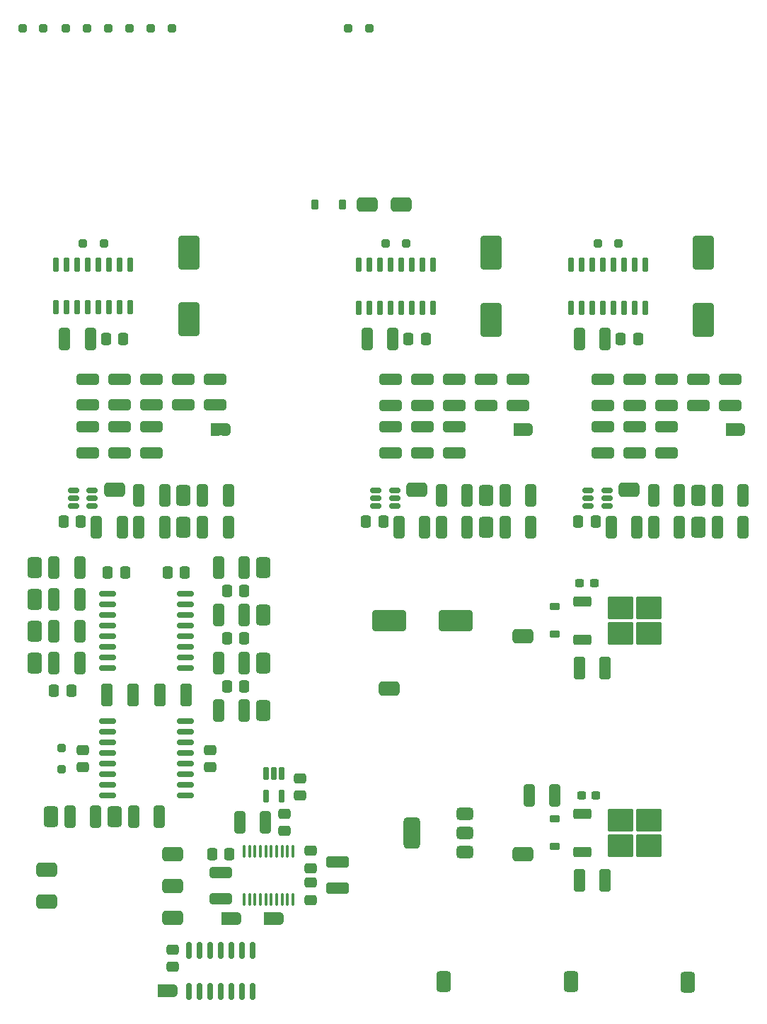
<source format=gbr>
%TF.GenerationSoftware,KiCad,Pcbnew,8.0.2*%
%TF.CreationDate,2025-02-22T15:35:03+01:00*%
%TF.ProjectId,enclosure,656e636c-6f73-4757-9265-2e6b69636164,1.0.0*%
%TF.SameCoordinates,Original*%
%TF.FileFunction,Paste,Top*%
%TF.FilePolarity,Positive*%
%FSLAX46Y46*%
G04 Gerber Fmt 4.6, Leading zero omitted, Abs format (unit mm)*
G04 Created by KiCad (PCBNEW 8.0.2) date 2025-02-22 15:35:03*
%MOMM*%
%LPD*%
G01*
G04 APERTURE LIST*
G04 Aperture macros list*
%AMRoundRect*
0 Rectangle with rounded corners*
0 $1 Rounding radius*
0 $2 $3 $4 $5 $6 $7 $8 $9 X,Y pos of 4 corners*
0 Add a 4 corners polygon primitive as box body*
4,1,4,$2,$3,$4,$5,$6,$7,$8,$9,$2,$3,0*
0 Add four circle primitives for the rounded corners*
1,1,$1+$1,$2,$3*
1,1,$1+$1,$4,$5*
1,1,$1+$1,$6,$7*
1,1,$1+$1,$8,$9*
0 Add four rect primitives between the rounded corners*
20,1,$1+$1,$2,$3,$4,$5,0*
20,1,$1+$1,$4,$5,$6,$7,0*
20,1,$1+$1,$6,$7,$8,$9,0*
20,1,$1+$1,$8,$9,$2,$3,0*%
%AMFreePoly0*
4,1,19,0.550000,-0.750000,0.000000,-0.750000,0.000000,-0.744911,-0.071157,-0.744911,-0.207708,-0.704816,-0.327430,-0.627875,-0.420627,-0.520320,-0.479746,-0.390866,-0.500000,-0.250000,-0.500000,0.250000,-0.479746,0.390866,-0.420627,0.520320,-0.327430,0.627875,-0.207708,0.704816,-0.071157,0.744911,0.000000,0.744911,0.000000,0.750000,0.550000,0.750000,0.550000,-0.750000,0.550000,-0.750000,
$1*%
G04 Aperture macros list end*
%ADD10C,0.000000*%
%ADD11RoundRect,0.426829X0.448171X-0.823171X0.448171X0.823171X-0.448171X0.823171X-0.448171X-0.823171X0*%
%ADD12RoundRect,0.162500X-0.162500X0.617500X-0.162500X-0.617500X0.162500X-0.617500X0.162500X0.617500X0*%
%ADD13RoundRect,0.250000X0.400000X1.075000X-0.400000X1.075000X-0.400000X-1.075000X0.400000X-1.075000X0*%
%ADD14RoundRect,0.250000X1.075000X-0.400000X1.075000X0.400000X-1.075000X0.400000X-1.075000X-0.400000X0*%
%ADD15RoundRect,0.250000X-0.337500X-0.475000X0.337500X-0.475000X0.337500X0.475000X-0.337500X0.475000X0*%
%ADD16RoundRect,0.250000X-0.475000X0.337500X-0.475000X-0.337500X0.475000X-0.337500X0.475000X0.337500X0*%
%ADD17RoundRect,0.250000X-0.400000X-1.075000X0.400000X-1.075000X0.400000X1.075000X-0.400000X1.075000X0*%
%ADD18FreePoly0,180.000000*%
%ADD19R,1.000000X1.500000*%
%ADD20RoundRect,0.250000X1.000000X-1.750000X1.000000X1.750000X-1.000000X1.750000X-1.000000X-1.750000X0*%
%ADD21RoundRect,0.250000X-1.075000X0.400000X-1.075000X-0.400000X1.075000X-0.400000X1.075000X0.400000X0*%
%ADD22RoundRect,0.426829X0.823171X0.448171X-0.823171X0.448171X-0.823171X-0.448171X0.823171X-0.448171X0*%
%ADD23RoundRect,0.250000X0.337500X0.475000X-0.337500X0.475000X-0.337500X-0.475000X0.337500X-0.475000X0*%
%ADD24RoundRect,0.250000X0.475000X-0.337500X0.475000X0.337500X-0.475000X0.337500X-0.475000X-0.337500X0*%
%ADD25RoundRect,0.250000X-0.250000X-0.250000X0.250000X-0.250000X0.250000X0.250000X-0.250000X0.250000X0*%
%ADD26RoundRect,0.150000X-0.512500X-0.150000X0.512500X-0.150000X0.512500X0.150000X-0.512500X0.150000X0*%
%ADD27RoundRect,0.225000X-0.375000X0.225000X-0.375000X-0.225000X0.375000X-0.225000X0.375000X0.225000X0*%
%ADD28RoundRect,0.426829X-0.448171X0.823171X-0.448171X-0.823171X0.448171X-0.823171X0.448171X0.823171X0*%
%ADD29RoundRect,0.250000X-0.850000X-0.350000X0.850000X-0.350000X0.850000X0.350000X-0.850000X0.350000X0*%
%ADD30RoundRect,0.250000X-1.275000X-1.125000X1.275000X-1.125000X1.275000X1.125000X-1.275000X1.125000X0*%
%ADD31RoundRect,0.250000X-0.412500X-1.100000X0.412500X-1.100000X0.412500X1.100000X-0.412500X1.100000X0*%
%ADD32RoundRect,0.150000X0.150000X-0.725000X0.150000X0.725000X-0.150000X0.725000X-0.150000X-0.725000X0*%
%ADD33RoundRect,0.250000X1.100000X-0.412500X1.100000X0.412500X-1.100000X0.412500X-1.100000X-0.412500X0*%
%ADD34RoundRect,0.225000X-0.225000X-0.375000X0.225000X-0.375000X0.225000X0.375000X-0.225000X0.375000X0*%
%ADD35RoundRect,0.426829X-0.823171X-0.448171X0.823171X-0.448171X0.823171X0.448171X-0.823171X0.448171X0*%
%ADD36RoundRect,0.150000X-0.875000X-0.150000X0.875000X-0.150000X0.875000X0.150000X-0.875000X0.150000X0*%
%ADD37RoundRect,0.250000X0.250000X0.250000X-0.250000X0.250000X-0.250000X-0.250000X0.250000X-0.250000X0*%
%ADD38RoundRect,0.250000X-1.750000X-1.000000X1.750000X-1.000000X1.750000X1.000000X-1.750000X1.000000X0*%
%ADD39RoundRect,0.250000X0.412500X1.100000X-0.412500X1.100000X-0.412500X-1.100000X0.412500X-1.100000X0*%
%ADD40RoundRect,0.375000X0.625000X0.375000X-0.625000X0.375000X-0.625000X-0.375000X0.625000X-0.375000X0*%
%ADD41RoundRect,0.500000X0.500000X1.400000X-0.500000X1.400000X-0.500000X-1.400000X0.500000X-1.400000X0*%
%ADD42RoundRect,0.250000X0.250000X-0.250000X0.250000X0.250000X-0.250000X0.250000X-0.250000X-0.250000X0*%
%ADD43RoundRect,0.100000X-0.100000X0.637500X-0.100000X-0.637500X0.100000X-0.637500X0.100000X0.637500X0*%
%ADD44RoundRect,0.237500X0.300000X0.237500X-0.300000X0.237500X-0.300000X-0.237500X0.300000X-0.237500X0*%
%ADD45RoundRect,0.150000X0.875000X0.150000X-0.875000X0.150000X-0.875000X-0.150000X0.875000X-0.150000X0*%
%ADD46RoundRect,0.150000X0.150000X-0.825000X0.150000X0.825000X-0.150000X0.825000X-0.150000X-0.825000X0*%
G04 APERTURE END LIST*
D10*
%TO.C,JP301*%
G36*
X190505000Y-151657000D02*
G01*
X189205000Y-151657000D01*
X189205000Y-150157000D01*
X190505000Y-150157000D01*
X190505000Y-151657000D01*
G37*
%TO.C,JP801*%
G36*
X245750000Y-93110000D02*
G01*
X244450000Y-93110000D01*
X244450000Y-91610000D01*
X245750000Y-91610000D01*
X245750000Y-93110000D01*
G37*
%TO.C,JP701*%
G36*
X220350000Y-93110000D02*
G01*
X219050000Y-93110000D01*
X219050000Y-91610000D01*
X220350000Y-91610000D01*
X220350000Y-93110000D01*
G37*
%TO.C,JP901*%
G36*
X184155000Y-93092500D02*
G01*
X182855000Y-93092500D01*
X182855000Y-91592500D01*
X184155000Y-91592500D01*
X184155000Y-93092500D01*
G37*
%TO.C,JP102*%
G36*
X185425000Y-151657000D02*
G01*
X184125000Y-151657000D01*
X184125000Y-150157000D01*
X185425000Y-150157000D01*
X185425000Y-151657000D01*
G37*
%TO.C,JP101*%
G36*
X177805000Y-160293000D02*
G01*
X176505000Y-160293000D01*
X176505000Y-158793000D01*
X177805000Y-158793000D01*
X177805000Y-160293000D01*
G37*
%TD*%
D11*
%TO.C,TP208*%
X188570000Y-114585000D03*
%TD*%
D12*
%TO.C,U301*%
X190790000Y-133555000D03*
X189840000Y-133555000D03*
X188890000Y-133555000D03*
X188890000Y-136255000D03*
X190790000Y-136255000D03*
%TD*%
D13*
%TO.C,R402*%
X220600000Y-100234000D03*
X217500000Y-100234000D03*
%TD*%
D14*
%TO.C,R702*%
X207620000Y-95180000D03*
X207620000Y-92080000D03*
%TD*%
D15*
%TO.C,C302*%
X182452500Y-143160000D03*
X184527500Y-143160000D03*
%TD*%
D14*
%TO.C,R805*%
X233020000Y-89465000D03*
X233020000Y-86365000D03*
%TD*%
%TO.C,R902*%
X171425000Y-95162500D03*
X171425000Y-92062500D03*
%TD*%
D11*
%TO.C,TP206*%
X170790000Y-138715000D03*
%TD*%
D16*
%TO.C,C204*%
X166980000Y-130692500D03*
X166980000Y-132767500D03*
%TD*%
D13*
%TO.C,R603*%
X176785000Y-104044000D03*
X173685000Y-104044000D03*
%TD*%
D14*
%TO.C,R906*%
X175235000Y-89447500D03*
X175235000Y-86347500D03*
%TD*%
%TO.C,R903*%
X175235000Y-95162500D03*
X175235000Y-92062500D03*
%TD*%
D17*
%TO.C,R206*%
X173050000Y-138715000D03*
X176150000Y-138715000D03*
%TD*%
D18*
%TO.C,JP301*%
X190505000Y-150907000D03*
D19*
X189205000Y-150907000D03*
%TD*%
D20*
%TO.C,C801*%
X241275000Y-79215000D03*
X241275000Y-71215000D03*
%TD*%
D17*
%TO.C,R203*%
X163525000Y-112680000D03*
X166625000Y-112680000D03*
%TD*%
D11*
%TO.C,TP210*%
X188570000Y-126015000D03*
%TD*%
D21*
%TO.C,R302*%
X183490000Y-145420000D03*
X183490000Y-148520000D03*
%TD*%
D17*
%TO.C,R204*%
X163525000Y-116490000D03*
X166625000Y-116490000D03*
%TD*%
D14*
%TO.C,R801*%
X229210000Y-95180000D03*
X229210000Y-92080000D03*
%TD*%
D22*
%TO.C,TP1007*%
X203683000Y-123348000D03*
%TD*%
D16*
%TO.C,C301*%
X193015000Y-134100000D03*
X193015000Y-136175000D03*
%TD*%
D17*
%TO.C,R301*%
X185750000Y-139350000D03*
X188850000Y-139350000D03*
%TD*%
D23*
%TO.C,C202*%
X165626000Y-123602000D03*
X163551000Y-123602000D03*
%TD*%
D24*
%TO.C,C101*%
X177775000Y-156665000D03*
X177775000Y-154590000D03*
%TD*%
D25*
%TO.C,D201*%
X175128000Y-44354000D03*
X177628000Y-44354000D03*
%TD*%
D26*
%TO.C,U401*%
X202037500Y-99665000D03*
X202037500Y-100615000D03*
X202037500Y-101565000D03*
X204312500Y-101565000D03*
X204312500Y-100615000D03*
X204312500Y-99665000D03*
%TD*%
D27*
%TO.C,D1003*%
X223495000Y-113570000D03*
X223495000Y-116870000D03*
%TD*%
D28*
%TO.C,TP204*%
X161265000Y-120300000D03*
%TD*%
D29*
%TO.C,U1001*%
X226720000Y-112940000D03*
D30*
X231345000Y-113695000D03*
X231345000Y-116745000D03*
X234695000Y-113695000D03*
X234695000Y-116745000D03*
D29*
X226720000Y-117500000D03*
%TD*%
D11*
%TO.C,TP501*%
X240640000Y-100234000D03*
%TD*%
D14*
%TO.C,R807*%
X244450000Y-89465000D03*
X244450000Y-86365000D03*
%TD*%
%TO.C,R808*%
X240640000Y-89465000D03*
X240640000Y-86365000D03*
%TD*%
D31*
%TO.C,C201*%
X169862500Y-124110000D03*
X172987500Y-124110000D03*
%TD*%
D32*
%TO.C,U701*%
X200000000Y-77790000D03*
X201270000Y-77790000D03*
X202540000Y-77790000D03*
X203810000Y-77790000D03*
X205080000Y-77790000D03*
X206350000Y-77790000D03*
X207620000Y-77790000D03*
X208890000Y-77790000D03*
X208890000Y-72640000D03*
X207620000Y-72640000D03*
X206350000Y-72640000D03*
X205080000Y-72640000D03*
X203810000Y-72640000D03*
X202540000Y-72640000D03*
X201270000Y-72640000D03*
X200000000Y-72640000D03*
%TD*%
D23*
%TO.C,C802*%
X233422500Y-81565000D03*
X231347500Y-81565000D03*
%TD*%
%TO.C,C207*%
X179215000Y-109505000D03*
X177140000Y-109505000D03*
%TD*%
D14*
%TO.C,R802*%
X233020000Y-95180000D03*
X233020000Y-92080000D03*
%TD*%
D16*
%TO.C,C303*%
X191110000Y-138312500D03*
X191110000Y-140387500D03*
%TD*%
D33*
%TO.C,C306*%
X197460000Y-147262500D03*
X197460000Y-144137500D03*
%TD*%
D13*
%TO.C,R201*%
X168530000Y-138715000D03*
X165430000Y-138715000D03*
%TD*%
D14*
%TO.C,R904*%
X167615000Y-89447500D03*
X167615000Y-86347500D03*
%TD*%
%TO.C,R806*%
X236830000Y-89465000D03*
X236830000Y-86365000D03*
%TD*%
D34*
%TO.C,D1002*%
X194794000Y-65436000D03*
X198094000Y-65436000D03*
%TD*%
D11*
%TO.C,TP207*%
X188570000Y-108870000D03*
%TD*%
D14*
%TO.C,R706*%
X211430000Y-89465000D03*
X211430000Y-86365000D03*
%TD*%
%TO.C,R908*%
X179045000Y-89447500D03*
X179045000Y-86347500D03*
%TD*%
D13*
%TO.C,R404*%
X220600000Y-104044000D03*
X217500000Y-104044000D03*
%TD*%
D28*
%TO.C,TP201*%
X161265000Y-108870000D03*
%TD*%
D24*
%TO.C,C305*%
X194285000Y-148642500D03*
X194285000Y-146567500D03*
%TD*%
D15*
%TO.C,C209*%
X184230500Y-117379000D03*
X186305500Y-117379000D03*
%TD*%
D11*
%TO.C,TP502*%
X240640000Y-104044000D03*
%TD*%
D14*
%TO.C,R701*%
X203810000Y-95180000D03*
X203810000Y-92080000D03*
%TD*%
D13*
%TO.C,R504*%
X246000000Y-104044000D03*
X242900000Y-104044000D03*
%TD*%
D17*
%TO.C,R909*%
X164795000Y-81547500D03*
X167895000Y-81547500D03*
%TD*%
D11*
%TO.C,TP302*%
X239370000Y-158497000D03*
%TD*%
D18*
%TO.C,JP801*%
X245750000Y-92360000D03*
D19*
X244450000Y-92360000D03*
%TD*%
D14*
%TO.C,R707*%
X219050000Y-89465000D03*
X219050000Y-86365000D03*
%TD*%
D28*
%TO.C,TP202*%
X161265000Y-112680000D03*
%TD*%
D17*
%TO.C,R205*%
X163525000Y-120300000D03*
X166625000Y-120300000D03*
%TD*%
D15*
%TO.C,C210*%
X184230500Y-123094000D03*
X186305500Y-123094000D03*
%TD*%
D13*
%TO.C,R502*%
X246000000Y-100234000D03*
X242900000Y-100234000D03*
%TD*%
D26*
%TO.C,U601*%
X165842500Y-99665000D03*
X165842500Y-100615000D03*
X165842500Y-101565000D03*
X168117500Y-101565000D03*
X168117500Y-100615000D03*
X168117500Y-99665000D03*
%TD*%
D35*
%TO.C,TP1001*%
X201016000Y-65436000D03*
%TD*%
D14*
%TO.C,R804*%
X229210000Y-89465000D03*
X229210000Y-86365000D03*
%TD*%
D36*
%TO.C,U201*%
X169950000Y-112045000D03*
X169950000Y-113315000D03*
X169950000Y-114585000D03*
X169950000Y-115855000D03*
X169950000Y-117125000D03*
X169950000Y-118395000D03*
X169950000Y-119665000D03*
X169950000Y-120935000D03*
X179250000Y-120935000D03*
X179250000Y-119665000D03*
X179250000Y-118395000D03*
X179250000Y-117125000D03*
X179250000Y-115855000D03*
X179250000Y-114585000D03*
X179250000Y-113315000D03*
X179250000Y-112045000D03*
%TD*%
D14*
%TO.C,R704*%
X203810000Y-89465000D03*
X203810000Y-86365000D03*
%TD*%
D35*
%TO.C,TP304*%
X162662000Y-148875000D03*
%TD*%
D32*
%TO.C,U901*%
X163805000Y-77772500D03*
X165075000Y-77772500D03*
X166345000Y-77772500D03*
X167615000Y-77772500D03*
X168885000Y-77772500D03*
X170155000Y-77772500D03*
X171425000Y-77772500D03*
X172695000Y-77772500D03*
X172695000Y-72622500D03*
X171425000Y-72622500D03*
X170155000Y-72622500D03*
X168885000Y-72622500D03*
X167615000Y-72622500D03*
X166345000Y-72622500D03*
X165075000Y-72622500D03*
X163805000Y-72622500D03*
%TD*%
D35*
%TO.C,TP307*%
X177775000Y-143160000D03*
%TD*%
D13*
%TO.C,R601*%
X176785000Y-100234000D03*
X173685000Y-100234000D03*
%TD*%
%TO.C,R604*%
X184405000Y-104044000D03*
X181305000Y-104044000D03*
%TD*%
D37*
%TO.C,D1001*%
X201250000Y-44354000D03*
X198750000Y-44354000D03*
%TD*%
D32*
%TO.C,U801*%
X225400000Y-77790000D03*
X226670000Y-77790000D03*
X227940000Y-77790000D03*
X229210000Y-77790000D03*
X230480000Y-77790000D03*
X231750000Y-77790000D03*
X233020000Y-77790000D03*
X234290000Y-77790000D03*
X234290000Y-72640000D03*
X233020000Y-72640000D03*
X231750000Y-72640000D03*
X230480000Y-72640000D03*
X229210000Y-72640000D03*
X227940000Y-72640000D03*
X226670000Y-72640000D03*
X225400000Y-72640000D03*
%TD*%
D35*
%TO.C,TP308*%
X162662000Y-145065000D03*
%TD*%
D24*
%TO.C,C304*%
X194285000Y-144832500D03*
X194285000Y-142757500D03*
%TD*%
D16*
%TO.C,C205*%
X182220000Y-130692500D03*
X182220000Y-132767500D03*
%TD*%
D17*
%TO.C,R210*%
X183210000Y-120300000D03*
X186310000Y-120300000D03*
%TD*%
D35*
%TO.C,TP305*%
X177775000Y-150780000D03*
%TD*%
D15*
%TO.C,C203*%
X169985000Y-109505000D03*
X172060000Y-109505000D03*
%TD*%
D28*
%TO.C,TP203*%
X161265000Y-116490000D03*
%TD*%
D37*
%TO.C,D901*%
X169500000Y-70117500D03*
X167000000Y-70117500D03*
%TD*%
D11*
%TO.C,TP602*%
X179045000Y-104044000D03*
%TD*%
D29*
%TO.C,U1002*%
X226720000Y-138340000D03*
D30*
X231345000Y-139095000D03*
X231345000Y-142145000D03*
X234695000Y-139095000D03*
X234695000Y-142145000D03*
D29*
X226720000Y-142900000D03*
%TD*%
D14*
%TO.C,R901*%
X167615000Y-95162500D03*
X167615000Y-92062500D03*
%TD*%
D13*
%TO.C,R605*%
X171705000Y-104044000D03*
X168605000Y-104044000D03*
%TD*%
D22*
%TO.C,TP503*%
X232385000Y-99599000D03*
%TD*%
D38*
%TO.C,C1001*%
X203620000Y-115220000D03*
X211620000Y-115220000D03*
%TD*%
D39*
%TO.C,C1004*%
X229502500Y-120935000D03*
X226377500Y-120935000D03*
%TD*%
D13*
%TO.C,R602*%
X184405000Y-100234000D03*
X181305000Y-100234000D03*
%TD*%
D14*
%TO.C,R905*%
X171425000Y-89447500D03*
X171425000Y-86347500D03*
%TD*%
D11*
%TO.C,TP205*%
X163170000Y-138715000D03*
%TD*%
D14*
%TO.C,R803*%
X236830000Y-95180000D03*
X236830000Y-92080000D03*
%TD*%
D17*
%TO.C,R209*%
X183210000Y-114585000D03*
X186310000Y-114585000D03*
%TD*%
D13*
%TO.C,R501*%
X238380000Y-100234000D03*
X235280000Y-100234000D03*
%TD*%
D40*
%TO.C,Q1001*%
X212675000Y-142920000D03*
X212675000Y-140620000D03*
D41*
X206375000Y-140620000D03*
D40*
X212675000Y-138320000D03*
%TD*%
D22*
%TO.C,TP403*%
X206985000Y-99599000D03*
%TD*%
%TO.C,TP1008*%
X219685000Y-117125000D03*
%TD*%
D27*
%TO.C,D1004*%
X223495000Y-138970000D03*
X223495000Y-142270000D03*
%TD*%
D42*
%TO.C,D205*%
X164440000Y-132980000D03*
X164440000Y-130480000D03*
%TD*%
D18*
%TO.C,JP701*%
X220350000Y-92360000D03*
D19*
X219050000Y-92360000D03*
%TD*%
D25*
%TO.C,D202*%
X170048000Y-44354000D03*
X172548000Y-44354000D03*
%TD*%
D20*
%TO.C,C701*%
X215875000Y-79215000D03*
X215875000Y-71215000D03*
%TD*%
D35*
%TO.C,TP306*%
X177775000Y-146970000D03*
%TD*%
D17*
%TO.C,R202*%
X163525000Y-108870000D03*
X166625000Y-108870000D03*
%TD*%
D25*
%TO.C,D203*%
X164968000Y-44354000D03*
X167468000Y-44354000D03*
%TD*%
D35*
%TO.C,TP1002*%
X205080000Y-65436000D03*
%TD*%
D14*
%TO.C,R907*%
X182855000Y-89447500D03*
X182855000Y-86347500D03*
%TD*%
D37*
%TO.C,D801*%
X231095000Y-70135000D03*
X228595000Y-70135000D03*
%TD*%
D43*
%TO.C,U302*%
X192130000Y-142837500D03*
X191480000Y-142837500D03*
X190830000Y-142837500D03*
X190180000Y-142837500D03*
X189530000Y-142837500D03*
X188880000Y-142837500D03*
X188230000Y-142837500D03*
X187580000Y-142837500D03*
X186930000Y-142837500D03*
X186280000Y-142837500D03*
X186280000Y-148562500D03*
X186930000Y-148562500D03*
X187580000Y-148562500D03*
X188230000Y-148562500D03*
X188880000Y-148562500D03*
X189530000Y-148562500D03*
X190180000Y-148562500D03*
X190830000Y-148562500D03*
X191480000Y-148562500D03*
X192130000Y-148562500D03*
%TD*%
D11*
%TO.C,TP303*%
X210160000Y-158400000D03*
%TD*%
D44*
%TO.C,C1003*%
X228395000Y-136175000D03*
X226670000Y-136175000D03*
%TD*%
D15*
%TO.C,C208*%
X184230500Y-111664000D03*
X186305500Y-111664000D03*
%TD*%
D25*
%TO.C,D204*%
X159761000Y-44354000D03*
X162261000Y-44354000D03*
%TD*%
D17*
%TO.C,R709*%
X200990000Y-81565000D03*
X204090000Y-81565000D03*
%TD*%
D14*
%TO.C,R705*%
X207620000Y-89465000D03*
X207620000Y-86365000D03*
%TD*%
D44*
%TO.C,C1002*%
X228167500Y-110775000D03*
X226442500Y-110775000D03*
%TD*%
D37*
%TO.C,D701*%
X205695000Y-70135000D03*
X203195000Y-70135000D03*
%TD*%
D14*
%TO.C,R703*%
X211430000Y-95180000D03*
X211430000Y-92080000D03*
%TD*%
D13*
%TO.C,R207*%
X186310000Y-126015000D03*
X183210000Y-126015000D03*
%TD*%
%TO.C,R403*%
X212980000Y-104044000D03*
X209880000Y-104044000D03*
%TD*%
D18*
%TO.C,JP901*%
X184155000Y-92342500D03*
D19*
X182855000Y-92342500D03*
%TD*%
D18*
%TO.C,JP102*%
X185425000Y-150907000D03*
D19*
X184125000Y-150907000D03*
%TD*%
D15*
%TO.C,C501*%
X226267500Y-103409000D03*
X228342500Y-103409000D03*
%TD*%
D26*
%TO.C,U501*%
X227437500Y-99665000D03*
X227437500Y-100615000D03*
X227437500Y-101565000D03*
X229712500Y-101565000D03*
X229712500Y-100615000D03*
X229712500Y-99665000D03*
%TD*%
D23*
%TO.C,C702*%
X208022500Y-81565000D03*
X205947500Y-81565000D03*
%TD*%
D13*
%TO.C,R401*%
X212980000Y-100234000D03*
X209880000Y-100234000D03*
%TD*%
D11*
%TO.C,TP209*%
X188570000Y-120300000D03*
%TD*%
D39*
%TO.C,C1005*%
X229502500Y-146335000D03*
X226377500Y-146335000D03*
%TD*%
D13*
%TO.C,R405*%
X207900000Y-104044000D03*
X204800000Y-104044000D03*
%TD*%
D17*
%TO.C,R809*%
X226390000Y-81565000D03*
X229490000Y-81565000D03*
%TD*%
D35*
%TO.C,TP1009*%
X219685000Y-143160000D03*
%TD*%
D17*
%TO.C,R1001*%
X220395000Y-136175000D03*
X223495000Y-136175000D03*
%TD*%
D45*
%TO.C,U202*%
X179250000Y-136175000D03*
X179250000Y-134905000D03*
X179250000Y-133635000D03*
X179250000Y-132365000D03*
X179250000Y-131095000D03*
X179250000Y-129825000D03*
X179250000Y-128555000D03*
X179250000Y-127285000D03*
X169950000Y-127285000D03*
X169950000Y-128555000D03*
X169950000Y-129825000D03*
X169950000Y-131095000D03*
X169950000Y-132365000D03*
X169950000Y-133635000D03*
X169950000Y-134905000D03*
X169950000Y-136175000D03*
%TD*%
D18*
%TO.C,JP101*%
X177805000Y-159543000D03*
D19*
X176505000Y-159543000D03*
%TD*%
D15*
%TO.C,C601*%
X164672500Y-103409000D03*
X166747500Y-103409000D03*
%TD*%
D17*
%TO.C,R208*%
X183210000Y-108870000D03*
X186310000Y-108870000D03*
%TD*%
D23*
%TO.C,C902*%
X171827500Y-81547500D03*
X169752500Y-81547500D03*
%TD*%
D11*
%TO.C,TP402*%
X215240000Y-104044000D03*
%TD*%
D13*
%TO.C,R505*%
X233300000Y-104044000D03*
X230200000Y-104044000D03*
%TD*%
D15*
%TO.C,C401*%
X200867500Y-103409000D03*
X202942500Y-103409000D03*
%TD*%
D46*
%TO.C,U101*%
X179680000Y-159605000D03*
X180950000Y-159605000D03*
X182220000Y-159605000D03*
X183490000Y-159605000D03*
X184760000Y-159605000D03*
X186030000Y-159605000D03*
X187300000Y-159605000D03*
X187300000Y-154655000D03*
X186030000Y-154655000D03*
X184760000Y-154655000D03*
X183490000Y-154655000D03*
X182220000Y-154655000D03*
X180950000Y-154655000D03*
X179680000Y-154655000D03*
%TD*%
D11*
%TO.C,TP401*%
X215240000Y-100234000D03*
%TD*%
%TO.C,TP301*%
X225400000Y-158400000D03*
%TD*%
D20*
%TO.C,C901*%
X179680000Y-79197500D03*
X179680000Y-71197500D03*
%TD*%
D14*
%TO.C,R708*%
X215240000Y-89465000D03*
X215240000Y-86365000D03*
%TD*%
D22*
%TO.C,TP603*%
X170790000Y-99599000D03*
%TD*%
D13*
%TO.C,R503*%
X238380000Y-104044000D03*
X235280000Y-104044000D03*
%TD*%
D39*
%TO.C,C206*%
X179337500Y-124110000D03*
X176212500Y-124110000D03*
%TD*%
D11*
%TO.C,TP601*%
X179045000Y-100234000D03*
%TD*%
M02*

</source>
